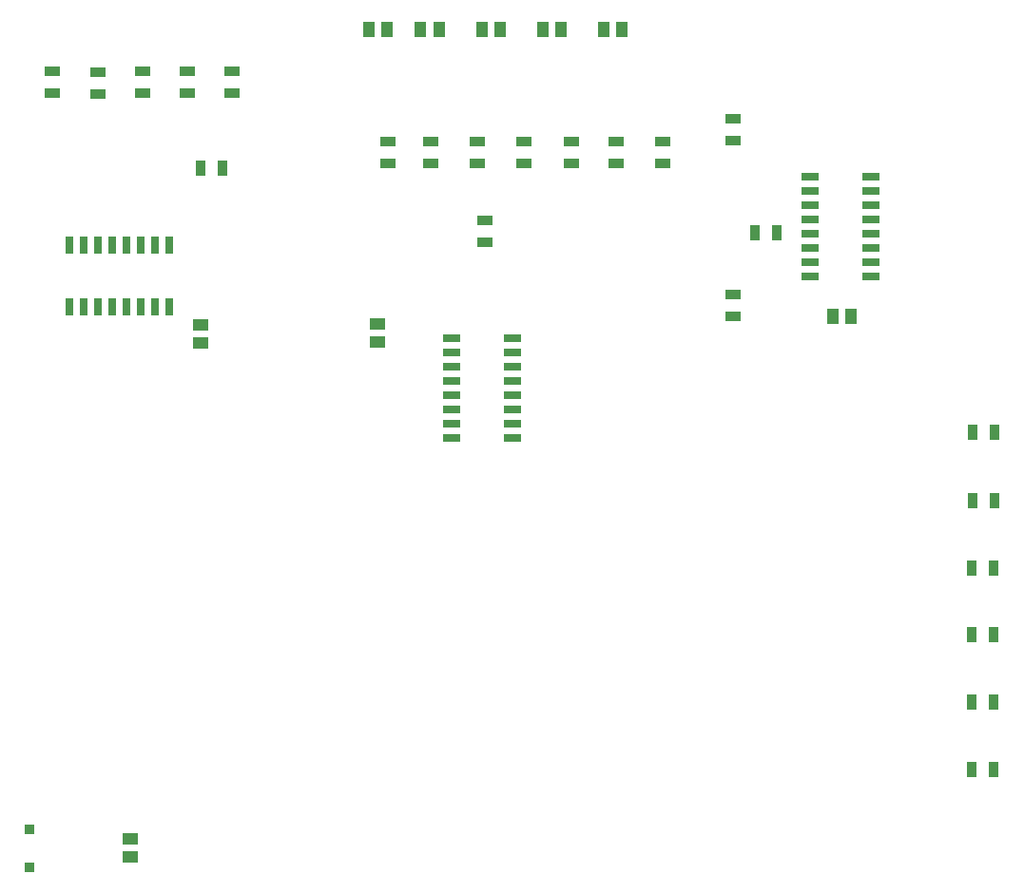
<source format=gtp>
G04*
G04 #@! TF.GenerationSoftware,Altium Limited,Altium Designer,19.0.9 (268)*
G04*
G04 Layer_Color=8421504*
%FSLAX42Y42*%
%MOMM*%
G71*
G01*
G75*
%ADD13R,0.95X1.45*%
%ADD14R,1.45X0.95*%
%ADD15R,0.65X1.53*%
%ADD16R,1.53X0.65*%
%ADD17R,0.85X0.85*%
%ADD18R,1.02X1.47*%
%ADD19R,1.47X1.02*%
D13*
X4295Y3098D02*
D03*
X4490D02*
D03*
X2554Y7888D02*
D03*
X2359D02*
D03*
X4490Y3703D02*
D03*
X4295D02*
D03*
X4495Y5500D02*
D03*
X4300D02*
D03*
X4495Y6103D02*
D03*
X4300D02*
D03*
X4490Y4300D02*
D03*
X4295D02*
D03*
X4490Y4900D02*
D03*
X4295D02*
D03*
X-2576Y8457D02*
D03*
X-2381D02*
D03*
D14*
X2168Y7144D02*
D03*
Y7339D02*
D03*
Y8705D02*
D03*
Y8900D02*
D03*
X1539Y8505D02*
D03*
Y8700D02*
D03*
X1124Y8505D02*
D03*
Y8700D02*
D03*
X725Y8500D02*
D03*
Y8695D02*
D03*
X309Y8505D02*
D03*
Y8700D02*
D03*
X-45Y7800D02*
D03*
Y7995D02*
D03*
X-106Y8500D02*
D03*
Y8695D02*
D03*
X-521Y8500D02*
D03*
Y8695D02*
D03*
X-906Y8500D02*
D03*
Y8695D02*
D03*
X-2290Y9130D02*
D03*
Y9325D02*
D03*
X-2690Y9128D02*
D03*
Y9323D02*
D03*
X-3090Y9128D02*
D03*
Y9323D02*
D03*
X-3490Y9125D02*
D03*
Y9320D02*
D03*
X-3890Y9130D02*
D03*
Y9325D02*
D03*
D15*
X-3744Y7771D02*
D03*
X-3617D02*
D03*
X-3490D02*
D03*
X-3363D02*
D03*
X-3237D02*
D03*
X-3109D02*
D03*
X-2983D02*
D03*
X-2856D02*
D03*
Y7229D02*
D03*
X-2983D02*
D03*
X-3109D02*
D03*
X-3237D02*
D03*
X-3363D02*
D03*
X-3490D02*
D03*
X-3617D02*
D03*
X-3744D02*
D03*
D16*
X3400Y8383D02*
D03*
Y8257D02*
D03*
Y8129D02*
D03*
Y8003D02*
D03*
Y7875D02*
D03*
Y7749D02*
D03*
Y7621D02*
D03*
Y7494D02*
D03*
X2858D02*
D03*
Y7621D02*
D03*
Y7749D02*
D03*
Y7875D02*
D03*
Y8003D02*
D03*
Y8129D02*
D03*
Y8257D02*
D03*
Y8383D02*
D03*
X203Y6944D02*
D03*
Y6818D02*
D03*
Y6690D02*
D03*
Y6564D02*
D03*
Y6436D02*
D03*
Y6310D02*
D03*
Y6183D02*
D03*
Y6056D02*
D03*
X-339D02*
D03*
Y6183D02*
D03*
Y6310D02*
D03*
Y6436D02*
D03*
Y6564D02*
D03*
Y6690D02*
D03*
Y6818D02*
D03*
Y6944D02*
D03*
D17*
X-4100Y2233D02*
D03*
Y2567D02*
D03*
D18*
X1181Y9700D02*
D03*
X1019D02*
D03*
X637D02*
D03*
X475D02*
D03*
X93D02*
D03*
X-69D02*
D03*
X-452D02*
D03*
X-614D02*
D03*
X-915D02*
D03*
X-1077D02*
D03*
X3219Y7139D02*
D03*
X3057D02*
D03*
D19*
X-3200Y2319D02*
D03*
Y2481D02*
D03*
X-1002Y7073D02*
D03*
Y6911D02*
D03*
X-2576Y6900D02*
D03*
Y7062D02*
D03*
M02*

</source>
